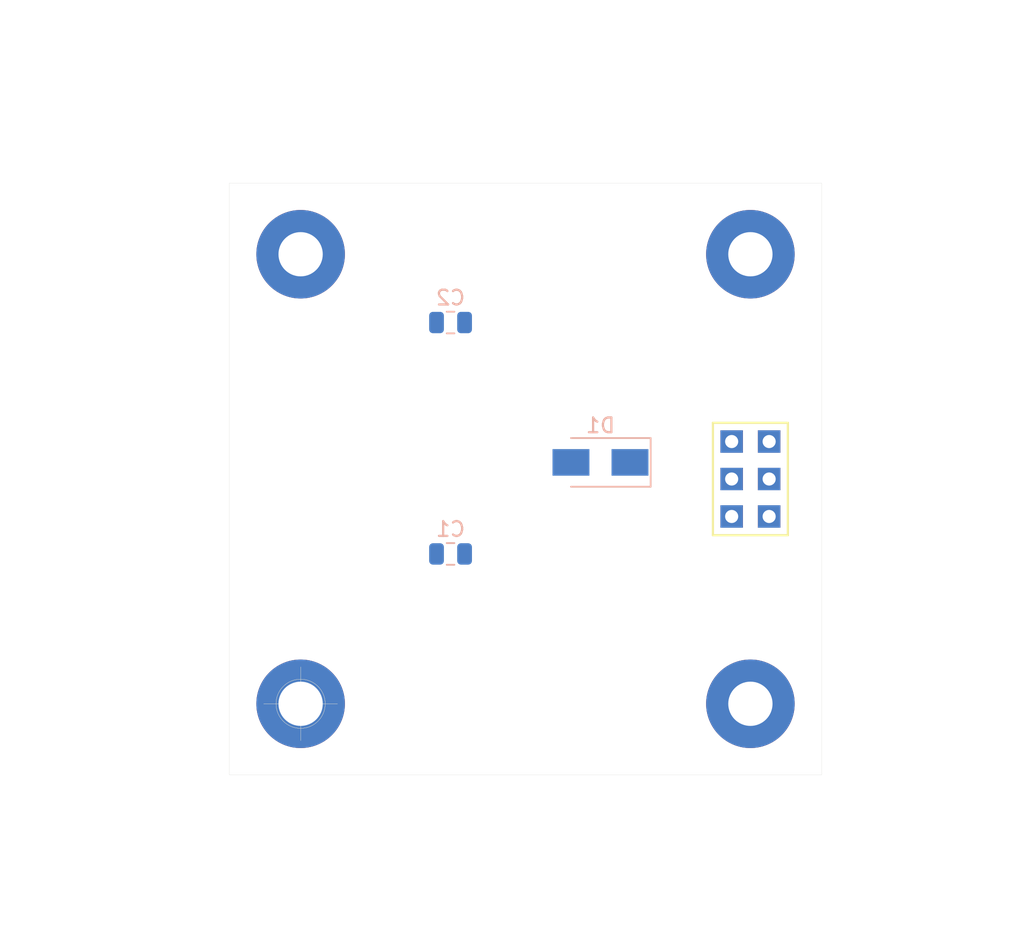
<source format=kicad_pcb>
(kicad_pcb (version 20211014) (generator pcbnew)
  (layers (0 "F.Cu" signal) (31 "B.Cu" signal) (34 "B.Paste" user) (35 "F.Paste" user) (36 "B.SilkS" user "B.Silkscreen") (37 "F.SilkS" user "F.Silkscreen") (38 "B.Mask" user) (39 "F.Mask" user) (44 "Edge.Cuts" user))
  (net 0 "")
  (net 1 "+5V")
  (net 2 "GND")
  (footprint "Mlab_Mechanical:MountingHole_3mm" (layer "F.Cu") (at 111.76 81.28)
    (fp_text reference "M2" hide)
    (fp_text value "HOLE M3" hide)
    (pad "1" thru_hole circle (at 0 0) (size 6 6) (drill 3) (layers *.Cu *.Mask) (net 2 "GND") (clearance 1))
  )
  (footprint "Mlab_Mechanical:MountingHole_3mm" (layer "F.Cu") (at 142.24 111.76)
    (fp_text reference "M4" hide)
    (fp_text value "HOLE" hide)
    (pad "1" thru_hole circle (at 0 0) (size 6 6) (drill 3) (layers *.Cu *.Mask) (net 2 "GND") (clearance 1))
  )
  (footprint "Mlab_Pin_Headers:Straight_2x03" (layer "F.Cu") (at 142.24 96.52 180)
    (fp_text reference "J1" hide)
    (fp_text value "Umin ... Umax" hide)
    (fp_line (start -2.54 3.81) (end -2.54 -3.81) (layer "F.SilkS") (width 0.15))
    (fp_line (start 2.54 -3.81) (end 2.54 3.81) (layer "F.SilkS") (width 0.15))
    (fp_line (start 2.54 3.81) (end -2.54 3.81) (layer "F.SilkS") (width 0.15))
    (fp_line (start -2.54 -3.81) (end 2.54 -3.81) (layer "F.SilkS") (width 0.15))
    (pad "1" thru_hole rect (at -1.27 -2.54 180) (size 1.524 1.524) (drill 0.889) (layers *.Cu *.Mask) (net 2 "GND"))
    (pad "2" thru_hole rect (at 1.27 -2.54 180) (size 1.524 1.524) (drill 0.889) (layers *.Cu *.Mask) (net 2 "GND"))
    (pad "3" thru_hole rect (at -1.27 0 180) (size 1.524 1.524) (drill 0.889) (layers *.Cu *.Mask) (net 1 "+5V"))
    (pad "4" thru_hole rect (at 1.27 0 180) (size 1.524 1.524) (drill 0.889) (layers *.Cu *.Mask) (net 1 "+5V"))
    (pad "5" thru_hole rect (at -1.27 2.54 180) (size 1.524 1.524) (drill 0.889) (layers *.Cu *.Mask) (net 2 "GND"))
    (pad "6" thru_hole rect (at 1.27 2.54 180) (size 1.524 1.524) (drill 0.889) (layers *.Cu *.Mask) (net 2 "GND"))
  )
  (footprint "Mlab_Mechanical:MountingHole_3mm" (layer "F.Cu") (at 111.76 111.76)
    (fp_text reference "M3" hide)
    (fp_text value "HOLE" hide)
    (pad "1" thru_hole circle (at 0 0) (size 6 6) (drill 3) (layers *.Cu *.Mask) (net 2 "GND") (clearance 1))
  )
  (footprint "Mlab_Mechanical:MountingHole_3mm" (layer "F.Cu") (at 142.24 81.28)
    (fp_text reference "M1" hide)
    (fp_text value "HOLE M3" hide)
    (pad "1" thru_hole circle (at 0 0) (size 6 6) (drill 3) (layers *.Cu *.Mask) (net 2 "GND") (clearance 1))
  )
  (footprint "Capacitor_SMD:C_0805_2012Metric" (layer "B.Cu") (at 121.92 101.6 180)
    (fp_text reference "C1" (at 0 1.68) (layer "B.SilkS") (effects (justify mirror)))
    (fp_text value "10uF")
    (fp_line (start -0.261252 -0.735) (end 0.261252 -0.735) (layer "B.SilkS") (width 0.12))
    (fp_line (start -0.261252 0.735) (end 0.261252 0.735) (layer "B.SilkS") (width 0.12))
    (pad "1" smd roundrect (at -0.95 0 180) (size 1 1.45) (layers "B.Cu" "B.Paste" "B.Mask") (net 1 "+5V"))
    (pad "2" smd roundrect (at 0.95 0 180) (size 1 1.45) (layers "B.Cu" "B.Paste" "B.Mask") (net 2 "GND"))
  )
  (footprint "Diode_SMD:D_SMA" (layer "B.Cu") (at 132.08 95.39214 180)
    (fp_text reference "D1" (at 0 2.5) (layer "B.SilkS") (effects (justify mirror)))
    (fp_text value "BZV55C-5,6V")
    (fp_line (start -3.4 1.65) (end -3.4 -1.65) (layer "B.SilkS") (width 0.12))
    (fp_line (start -3.4 1.65) (end 2 1.65) (layer "B.SilkS") (width 0.12))
    (fp_line (start -3.4 -1.65) (end 2 -1.65) (layer "B.SilkS") (width 0.12))
    (pad "1" smd rect (at -2 0 180) (size 2.5 1.8) (layers "B.Cu" "B.Paste" "B.Mask") (net 1 "+5V"))
    (pad "2" smd rect (at 2 0 180) (size 2.5 1.8) (layers "B.Cu" "B.Paste" "B.Mask") (net 2 "GND"))
  )
  (footprint "Capacitor_SMD:C_0805_2012Metric" (layer "B.Cu") (at 121.92 85.91 180)
    (fp_text reference "C2" (at 0 1.68) (layer "B.SilkS") (effects (justify mirror)))
    (fp_text value "100nF")
    (fp_line (start -0.261252 -0.735) (end 0.261252 -0.735) (layer "B.SilkS") (width 0.12))
    (fp_line (start -0.261252 0.735) (end 0.261252 0.735) (layer "B.SilkS") (width 0.12))
    (pad "1" smd roundrect (at -0.95 0 180) (size 1 1.45) (layers "B.Cu" "B.Paste" "B.Mask") (net 1 "+5V"))
    (pad "2" smd roundrect (at 0.95 0 180) (size 1 1.45) (layers "B.Cu" "B.Paste" "B.Mask") (net 2 "GND"))
  )
  (gr_line (start 147.066 116.586) (end 147.066 76.454) (layer "Edge.Cuts") (width 0.0127))
  (gr_line (start 106.934 76.454) (end 106.934 116.586) (layer "Edge.Cuts") (width 0.0127))
  (gr_line (start 106.934 116.586) (end 147.066 116.586) (layer "Edge.Cuts") (width 0.0127))
  (gr_line (start 147.066 76.454) (end 106.934 76.454) (layer "Edge.Cuts") (width 0.0127))
  (target plus (at 111.76 111.76) (size 5) (width 0.0127) (layer "Edge.Cuts"))
  (target plus (at 111.76 111.76) (size 5) (width 0.0127) (layer "Edge.Cuts"))
  (target plus (at 111.76 111.76) (size 5) (width 0.0127) (layer "Edge.Cuts"))
)
</source>
